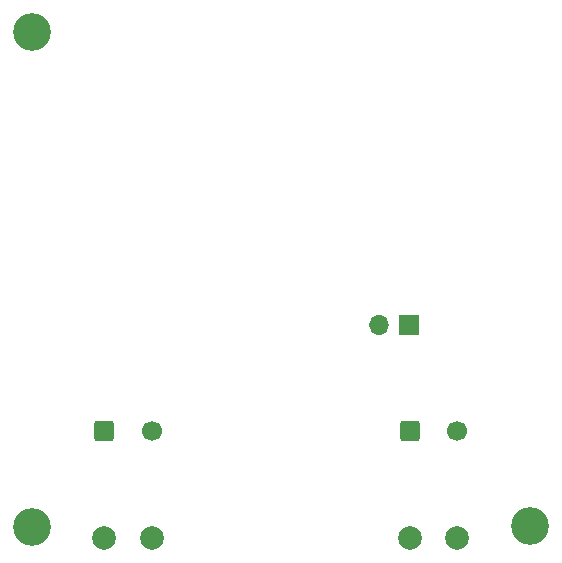
<source format=gbr>
%TF.GenerationSoftware,KiCad,Pcbnew,7.0.1-0*%
%TF.CreationDate,2024-03-03T19:15:34-08:00*%
%TF.ProjectId,BNOCAN,424e4f43-414e-42e6-9b69-6361645f7063,rev?*%
%TF.SameCoordinates,Original*%
%TF.FileFunction,Soldermask,Bot*%
%TF.FilePolarity,Negative*%
%FSLAX46Y46*%
G04 Gerber Fmt 4.6, Leading zero omitted, Abs format (unit mm)*
G04 Created by KiCad (PCBNEW 7.0.1-0) date 2024-03-03 19:15:34*
%MOMM*%
%LPD*%
G01*
G04 APERTURE LIST*
G04 Aperture macros list*
%AMRoundRect*
0 Rectangle with rounded corners*
0 $1 Rounding radius*
0 $2 $3 $4 $5 $6 $7 $8 $9 X,Y pos of 4 corners*
0 Add a 4 corners polygon primitive as box body*
4,1,4,$2,$3,$4,$5,$6,$7,$8,$9,$2,$3,0*
0 Add four circle primitives for the rounded corners*
1,1,$1+$1,$2,$3*
1,1,$1+$1,$4,$5*
1,1,$1+$1,$6,$7*
1,1,$1+$1,$8,$9*
0 Add four rect primitives between the rounded corners*
20,1,$1+$1,$2,$3,$4,$5,0*
20,1,$1+$1,$4,$5,$6,$7,0*
20,1,$1+$1,$6,$7,$8,$9,0*
20,1,$1+$1,$8,$9,$2,$3,0*%
G04 Aperture macros list end*
%ADD10C,2.000000*%
%ADD11RoundRect,0.250000X-0.600000X-0.600000X0.600000X-0.600000X0.600000X0.600000X-0.600000X0.600000X0*%
%ADD12C,1.700000*%
%ADD13C,3.200000*%
%ADD14R,1.700000X1.700000*%
%ADD15O,1.700000X1.700000*%
G04 APERTURE END LIST*
D10*
%TO.C,J2*%
X120050000Y-102075000D03*
X124050000Y-102075000D03*
D11*
X120050000Y-93075000D03*
D12*
X124050000Y-93075000D03*
%TD*%
D13*
%TO.C,H1*%
X113950000Y-59250000D03*
%TD*%
D14*
%TO.C,JP1*%
X145875000Y-84025000D03*
D15*
X143335000Y-84025000D03*
%TD*%
D10*
%TO.C,J1*%
X145950000Y-102075000D03*
X149950000Y-102075000D03*
D11*
X145950000Y-93075000D03*
D12*
X149950000Y-93075000D03*
%TD*%
D13*
%TO.C,H3*%
X113950000Y-101150000D03*
%TD*%
%TO.C,H2*%
X156050000Y-101100000D03*
%TD*%
M02*

</source>
